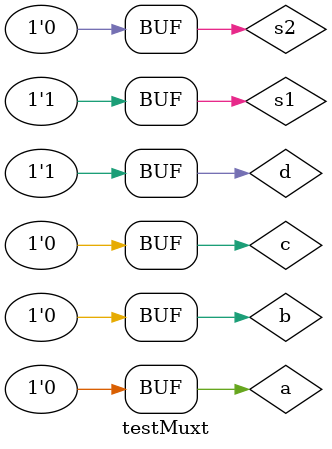
<source format=v>
module Mux4_1 (
    a,
    b,
    c,
    d,
    s1,
    s2,
    out
);
  input a, b, c, d, s1, s2;
  output out;
  reg out;
// Create a switch statement
always @(*)

case({s1,s2})
    2'd0: out=a;
    2'd1: out=b;
    2'd2: out=c;
    2'd3: out=d;
    default:$display("Fuck");
endcase
endmodule

module testMuxt;
reg a,b,c,d,s1,s2;
wire out;
Mux4_1 tester(a,b,c,d,s1,s2,out);
initial begin
    // $dumpfile("out.vcd");
    // $dumpvars(testMuxt,x);
    $monitor(out);
    #10 ; a=1;b=0;c=0;d=0;s1=0;s2=1;
    #10 ; a=0;b=1;c=0;d=0;s1=0;s2=1;
    #10 ; a=0;b=0;c=1;d=0;s1=0;s2=1;
    #10 ; a=0;b=0;c=0;d=1;s1=0;s2=1;

    #10 ; a=1;b=0;c=0;d=0;s1=1;s2=0;
    #10 ; a=0;b=1;c=0;d=0;s1=1;s2=0;
    #10 ; a=0;b=0;c=1;d=0;s1=1;s2=0;
    #10 ; a=0;b=0;c=0;d=1;s1=1;s2=0;


end
endmodule
</source>
